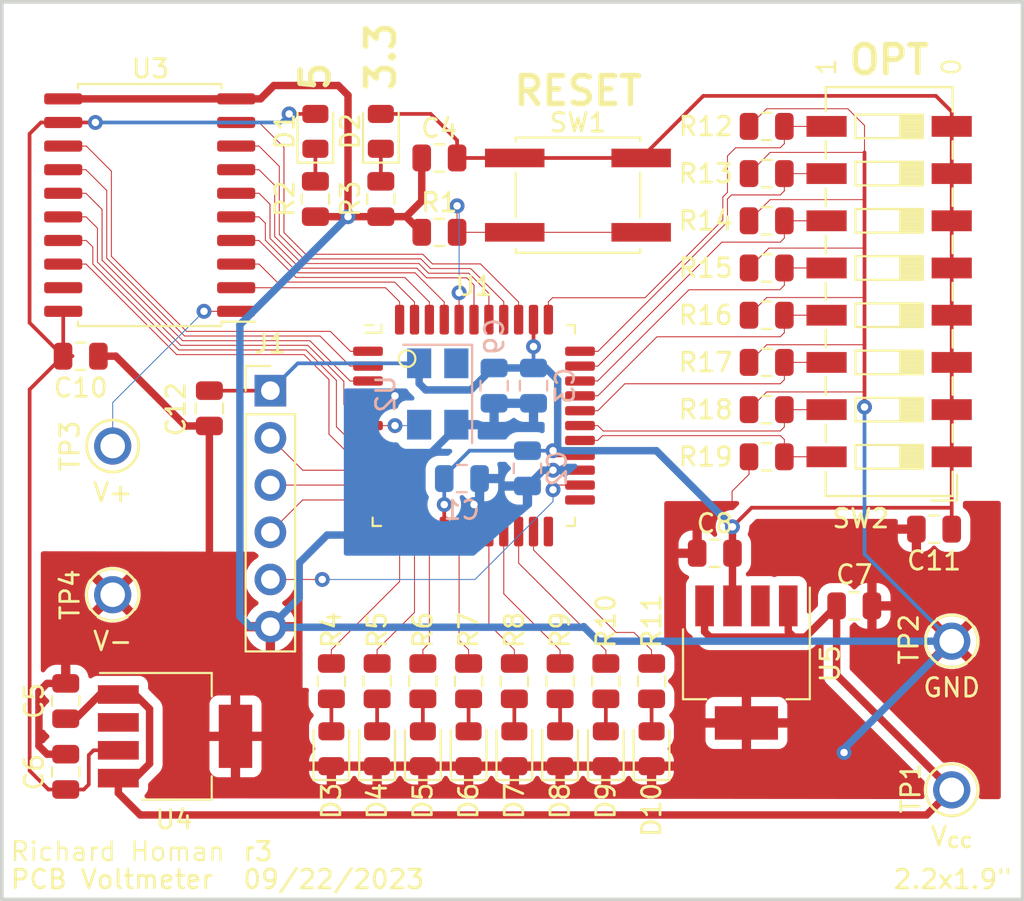
<source format=kicad_pcb>
(kicad_pcb (version 20221018) (generator pcbnew)
  (title_block (title "MCD Voltmeter PCB") (date "2023-09-15") (rev "3") (company "LeTourneau University") (comment 1 "Richard Homan"))
  (layers (0 "F.Cu" signal) (31 "B.Cu" signal) (34 "B.Paste" user) (35 "F.Paste" user) (36 "B.SilkS" user "B.Silkscreen") (37 "F.SilkS" user "F.Silkscreen") (38 "B.Mask" user) (39 "F.Mask" user) (44 "Edge.Cuts" user))
  (net 0 "")
  (net 1 "G_3.3V")
  (net 2 "G_REF")
  (net 3 "G_5V")
  (net 4 "G_Vcc")
  (net 5 "/L1")
  (net 6 "/L2")
  (net 7 "/L3")
  (net 8 "/L4")
  (net 9 "/L5")
  (net 10 "/L6")
  (net 11 "/L7")
  (net 12 "/L8")
  (net 13 "/J_TDI")
  (net 14 "/J_TMS")
  (net 15 "/J_TCK")
  (net 16 "/J_TDO")
  (net 17 "/DIP1")
  (net 18 "/DIP2")
  (net 19 "/DIP3")
  (net 20 "/DIP4")
  (net 21 "/DIP5")
  (net 22 "/DIP6")
  (net 23 "/DIP7")
  (net 24 "/DIP8")
  (net 25 "/RESET")
  (net 26 "G_Vin")
  (net 27 "/ADC_DB1")
  (net 28 "/ADC_DB2")
  (net 29 "/ADC_DB3")
  (net 30 "/ADC_DB4")
  (net 31 "/ADC_~{WR}{slash}RDY")
  (net 32 "/ADC_MODE")
  (net 33 "/ADC_~{RD}")
  (net 34 "/ADC_~{INT}")
  (net 35 "/ADC_~{CS}")
  (net 36 "/ADC_DB5")
  (net 37 "/ADC_DB6")
  (net 38 "/ADC_DB7")
  (net 39 "/ADC_DB8")
  (net 40 "/ADC_~{OFL}")
  (net 43 "/CLK")
  (net 46 "Net-(D3-A)")
  (net 47 "Net-(D4-A)")
  (net 48 "Net-(D5-A)")
  (net 49 "Net-(D6-A)")
  (net 50 "Net-(D7-A)")
  (net 51 "Net-(D8-A)")
  (net 52 "Net-(D9-A)")
  (net 53 "Net-(D10-A)")
  (net 56 "Net-(D1-K)")
  (net 57 "Net-(D2-K)")
  (footprint "Capacitor_SMD:C_0805_2012Metric" (layer "F.Cu") (at 115.74 82.98 180)
    (fp_text reference "R14")
    (fp_text value "10 kΩ")
  )
  (footprint "Capacitor_SMD:C_0805_2012Metric" (layer "F.Cu") (at 92.33 107.75 -90)
    (fp_text reference "R4")
    (fp_text value "510 Ω")
  )
  (footprint "Capacitor_SMD:C_0805_2012Metric" (layer "F.Cu") (at 115.74 85.52 180)
    (fp_text reference "R15")
    (fp_text value "10 kΩ")
  )
  (footprint "LED_SMD:LED_0805_2012Metric" (layer "F.Cu") (at 94.79 111.3875 90)
    (fp_text reference "D4")
    (fp_text value "LED")
  )
  (footprint "LED_SMD:LED_0805_2012Metric" (layer "F.Cu") (at 92.33 111.3875 90)
    (fp_text reference "D3")
    (fp_text value "LED")
  )
  (footprint "LED_SMD:LED_0805_2012Metric" (layer "F.Cu") (at 109.55 111.3875 90)
    (fp_text reference "D10")
    (fp_text value "LED")
  )
  (footprint "Package_TO_SOT_SMD:SOT-223-5" (layer "F.Cu") (at 83.924 110.72)
    (fp_text reference "U4")
    (fp_text value "LP38692(SOT-223)-5.0")
  )
  (footprint "LED_SMD:LED_0805_2012Metric" (layer "F.Cu") (at 94.99 78.1675 90)
    (fp_text reference "D2")
    (fp_text value "LED")
  )
  (footprint "Capacitor_SMD:C_0805_2012Metric" (layer "F.Cu") (at 115.74 80.44 180)
    (fp_text reference "R13")
    (fp_text value "10 kΩ")
  )
  (footprint "Capacitor_SMD:C_0805_2012Metric" (layer "F.Cu") (at 109.55 107.75 -90)
    (fp_text reference "R11")
    (fp_text value "510 Ω")
  )
  (footprint "Capacitor_SMD:C_0805_2012Metric" (layer "F.Cu") (at 104.63 107.75 -90)
    (fp_text reference "R9")
    (fp_text value "510 Ω")
  )
  (footprint "Capacitor_SMD:C_0805_2012Metric" (layer "F.Cu") (at 120.45 103.7)
    (fp_text reference "C7")
    (fp_text value "1 uF")
  )
  (footprint "LED_SMD:LED_0805_2012Metric" (layer "F.Cu") (at 102.17 111.3875 90)
    (fp_text reference "D7")
    (fp_text value "LED")
  )
  (footprint "Package_SO:SOIC-20W_7.5x12.8mm_P1.27mm" (layer "F.Cu") (at 82.56 82.135 180)
    (fp_text reference "U3")
    (fp_text value "~")
  )
  (footprint "Capacitor_SMD:C_0805_2012Metric" (layer "F.Cu") (at 98.14 79.6 180)
    (fp_text reference "C4")
    (fp_text value "1 uF")
  )
  (footprint "Capacitor_SMD:C_0805_2012Metric" (layer "F.Cu") (at 115.74 93.14)
    (fp_text reference "R18")
    (fp_text value "10 kΩ")
  )
  (footprint "Capacitor_SMD:C_0805_2012Metric" (layer "F.Cu") (at 99.71 107.75 -90)
    (fp_text reference "R7")
    (fp_text value "510 Ω")
  )
  (footprint "Capacitor_SMD:C_0805_2012Metric" (layer "F.Cu") (at 78.044 112.63 90)
    (fp_text reference "C6")
    (fp_text value "1 uF")
  )
  (footprint "Capacitor_SMD:C_0805_2012Metric" (layer "F.Cu") (at 115.74 77.9 180)
    (fp_text reference "R12")
    (fp_text value "10 kΩ")
  )
  (footprint "LED_SMD:LED_0805_2012Metric" (layer "F.Cu") (at 104.63 111.3875 90)
    (fp_text reference "D8")
    (fp_text value "LED")
  )
  (footprint "TestPoint:TestPoint_Keystone_4952" (layer "F.Cu") (at 80.57 95.1)
    (fp_text reference "TP3")
    (fp_text value "V+")
  )
  (footprint "Button_Switch_SMD:SW_SPST_EVQQ2" (layer "F.Cu") (at 105.59 81.6)
    (fp_text reference "SW1")
    (fp_text value "SW_SPST")
  )
  (footprint "Capacitor_SMD:C_0805_2012Metric" (layer "F.Cu") (at 94.79 107.75 -90)
    (fp_text reference "R5")
    (fp_text value "510 Ω")
  )
  (footprint "Package_QFP:VQFP-44_10x10mm_P0.8mm" (layer "F.Cu") (at 100 94)
    (fp_text reference "U1")
    (fp_text value "~")
  )
  (footprint "Capacitor_SMD:C_0805_2012Metric" (layer "F.Cu") (at 78.044 108.82 90)
    (fp_text reference "C5")
    (fp_text value "1 uF")
  )
  (footprint "Capacitor_SMD:C_0805_2012Metric" (layer "F.Cu") (at 78.85 90.265)
    (fp_text reference "C10")
    (fp_text value "0.1 uF")
  )
  (footprint "LED_SMD:LED_0805_2012Metric" (layer "F.Cu") (at 91.47 78.1675 90)
    (fp_text reference "D1")
    (fp_text value "LED")
  )
  (footprint "Capacitor_SMD:C_0805_2012Metric" (layer "F.Cu") (at 124.74 99.57 180)
    (fp_text reference "C11")
    (fp_text value "1 uF")
  )
  (footprint "Capacitor_SMD:C_0805_2012Metric" (layer "F.Cu") (at 112.95 100.87 180)
    (fp_text reference "C8")
    (fp_text value "1 uF")
  )
  (footprint "Capacitor_SMD:C_0805_2012Metric" (layer "F.Cu") (at 97.25 107.75 -90)
    (fp_text reference "R6")
    (fp_text value "510 Ω")
  )
  (footprint "Capacitor_SMD:C_0805_2012Metric" (layer "F.Cu") (at 115.74 90.6 180)
    (fp_text reference "R17")
    (fp_text value "10 kΩ")
  )
  (footprint "TestPoint:TestPoint_Keystone_4952" (layer "F.Cu") (at 80.57 103.1)
    (fp_text reference "TP4")
    (fp_text value "V-")
  )
  (footprint "LED_SMD:LED_0805_2012Metric" (layer "F.Cu") (at 107.09 111.3875 90)
    (fp_text reference "D9")
    (fp_text value "LED")
  )
  (footprint "Capacitor_SMD:C_0805_2012Metric" (layer "F.Cu") (at 107.09 107.75 -90)
    (fp_text reference "R10")
    (fp_text value "510 Ω")
  )
  (footprint "Capacitor_SMD:C_0805_2012Metric" (layer "F.Cu") (at 115.74 88.06 180)
    (fp_text reference "R16")
    (fp_text value "10 kΩ")
  )
  (footprint "TestPoint:TestPoint_Keystone_4952" (layer "F.Cu") (at 125.69 113.6)
    (fp_text reference "TP1")
    (fp_text value "V_{cc}")
  )
  (footprint "Capacitor_SMD:C_0805_2012Metric" (layer "F.Cu") (at 102.17 107.75 -90)
    (fp_text reference "R8")
    (fp_text value "510 Ω")
  )
  (footprint "Capacitor_SMD:C_0805_2012Metric" (layer "F.Cu") (at 85.77 93.07 -90)
    (fp_text reference "C12")
    (fp_text value "1 uF")
  )
  (footprint "LED_SMD:LED_0805_2012Metric" (layer "F.Cu") (at 99.71 111.3875 90)
    (fp_text reference "D6")
    (fp_text value "LED")
  )
  (footprint "Package_TO_SOT_SMD:SOT-223-5" (layer "F.Cu") (at 114.65 106.75 -90)
    (fp_text reference "U5")
    (fp_text value "LP38692(SOT-223)-3.3")
  )
  (footprint "LED_SMD:LED_0805_2012Metric" (layer "F.Cu") (at 97.25 111.3875 90)
    (fp_text reference "D5")
    (fp_text value "LED")
  )
  (footprint "Capacitor_SMD:C_0805_2012Metric" (layer "F.Cu") (at 91.47 81.8075 -90)
    (fp_text reference "R2")
    (fp_text value "510 Ω")
  )
  (footprint "TestPoint:TestPoint_Keystone_4952" (layer "F.Cu") (at 125.69 105.6)
    (fp_text reference "TP2")
    (fp_text value "GND")
  )
  (footprint "Capacitor_SMD:C_0805_2012Metric" (layer "F.Cu") (at 115.74 95.68)
    (fp_text reference "R19")
    (fp_text value "10 kΩ")
  )
  (footprint "Connector_PinHeader_2.54mm:PinHeader_1x06_P2.54mm_Vertical" (layer "F.Cu") (at 89.05 92.12)
    (fp_text reference "J1")
    (fp_text value "JTAG x06")
  )
  (footprint "Button_Switch_SMD:SW_DIP_SPSTx08_Slide_6.7x21.88mm_W6.73mm_P2.54mm_LowProfile_JPin" (layer "F.Cu") (at 122.325 86.79 180)
    (fp_text reference "SW2")
    (fp_text value "SW_DIP_x08")
  )
  (footprint "Capacitor_SMD:C_0805_2012Metric" (layer "F.Cu") (at 98.14 83.6 180)
    (fp_text reference "R1")
    (fp_text value "10 kΩ")
  )
  (footprint "Capacitor_SMD:C_0805_2012Metric" (layer "F.Cu") (at 94.99 81.8075 -90)
    (fp_text reference "R3")
    (fp_text value "510 Ω")
  )
  (footprint "Capacitor_SMD:C_0805_2012Metric" (layer "B.Cu") (at 102.875 96.3 -90)
    (fp_text reference "C2")
    (fp_text value "1 uF")
  )
  (footprint "Capacitor_SMD:C_0805_2012Metric" (layer "B.Cu") (at 101.08 91.85 -90)
    (fp_text reference "C9")
    (fp_text value "0.1 uF")
  )
  (footprint "Capacitor_SMD:C_0805_2012Metric" (layer "B.Cu") (at 103.2 91.85 90)
    (fp_text reference "C3")
    (fp_text value "1 uF")
  )
  (footprint "Crystal:Crystal_SMD_5032-4Pin_5.0x3.2mm" (layer "B.Cu") (at 98.05 92.3 -90)
    (fp_text reference "U2")
    (fp_text value "~")
  )
  (footprint "Capacitor_SMD:C_0805_2012Metric" (layer "B.Cu") (at 99.35 96.85 180)
    (fp_text reference "C1")
    (fp_text value "1 uF")
  )
  (gr_rect (start 74.61 71.2) (end 129.5 119.5) (stroke (width 0.2)) (fill none) (layer "Edge.Cuts"))
  (gr_text "PCB Voltmeter" (at 75 119) (layer "F.SilkS") (effects (font (size 1 1)) (justify left bottom)))
  (gr_text "r3" (at 87.5 117.5) (layer "F.SilkS") (effects (font (size 1 1)) (justify left bottom)))
  (gr_text "OPT" (at 122.325 75.2) (layer "F.SilkS") (effects (font (size 1.5 1.5) (thickness 0.3) bold) (justify bottom)))
  (gr_text "09/22/2023" (at 87.5 119) (layer "F.SilkS") (effects (font (size 1 1)) (justify left bottom)))
  (gr_text "3.3" (at 94.99 76.13 90) (layer "F.SilkS") (effects (font (size 1.5 1.5) (thickness 0.3) bold) (justify left)))
  (gr_text "Richard Homan" (at 75 117.5) (layer "F.SilkS") (effects (font (size 1 1) (thickness 0.125)) (justify left bottom)))
  (gr_text "0" (at 125.69 74.7 90) (layer "F.SilkS") (effects (font (size 1 1) (thickness 0.125))))
  (gr_text "RESET" (at 105.59 75.99) (layer "F.SilkS") (effects (font (size 1.5 1.5) (thickness 0.3) bold)))
  (gr_text "2.2x1.9{dblquote}" (at 129 119) (layer "F.SilkS") (effects (font (size 1 1)) (justify right bottom)))
  (gr_text "5" (at 91.47 76.13 90) (layer "F.SilkS") (effects (font (size 1.5 1.5) (thickness 0.3) bold) (justify left)))
  (gr_text "1" (at 118.96 74.7 90) (layer "F.SilkS") (effects (font (size 1 1) (thickness 0.125))))
  (segment (start 125.69 99.57) (end 125.69 98.42) (width 0.2) (layer "F.Cu") (net 1))
  (segment (start 94.99 77.23) (end 97.67 77.23) (width 0.2) (layer "F.Cu") (net 1))
  (segment (start 114.9255 98.42) (end 125.69 98.42) (width 0.2) (layer "F.Cu") (net 1))
  (segment (start 113.9 103.7) (end 113.9 100.87) (width 0.4) (layer "F.Cu") (net 1))
  (segment (start 103.2 88.3) (end 103.2 89.75) (width 0.2) (layer "F.Cu") (net 1))
  (segment (start 112.33 76.26) (end 108.99 79.6) (width 0.2) (layer "F.Cu") (net 1))
  (segment (start 99.09 78.65) (end 99.09 79.6) (width 0.2) (layer "F.Cu") (net 1))
  (segment (start 124.84 76.26) (end 112.33 76.26) (width 0.2) (layer "F.Cu") (net 1))
  (segment (start 104.5 95.6) (end 104.25 95.35) (width 0.2) (layer "F.Cu") (net 1))
  (segment (start 125.69 77.11) (end 124.84 76.26) (width 0.2) (layer "F.Cu") (net 1))
  (segment (start 125.69 85.52) (end 125.69 82.98) (width 0.2) (layer "F.Cu") (net 1))
  (segment (start 125.69 90.6) (end 125.69 88.06) (width 0.2) (layer "F.Cu") (net 1))
  (segment (start 125.69 85.52) (end 125.69 88.06) (width 0.2) (layer "F.Cu") (net 1))
  (segment (start 125.69 95.68) (end 125.69 93.14) (width 0.2) (layer "F.Cu") (net 1))
  (segment (start 125.69 80.44) (end 125.69 77.9) (width 0.2) (layer "F.Cu") (net 1))
  (segment (start 99.09 79.6) (end 102.19 79.6) (width 0.2) (layer "F.Cu") (net 1))
  (segment (start 125.69 98.42) (end 125.69 95.68) (width 0.2) (layer "F.Cu") (net 1))
  (segment (start 113.9 99.4455) (end 114.9255 98.42) (width 0.2) (layer "F.Cu") (net 1))
  (segment (start 85.77 92.12) (end 89.05 92.12) (width 0.2) (layer "F.Cu") (net 1))
  (segment (start 125.69 77.9) (end 125.69 77.11) (width 0.2) (layer "F.Cu") (net 1))
  (segment (start 105.7 95.6) (end 104.5 95.6) (width 0.2) (layer "F.Cu") (net 1))
  (segment (start 125.69 82.98) (end 125.69 80.44) (width 0.2) (layer "F.Cu") (net 1))
  (segment (start 113.9 99.4455) (end 113.9 100.87) (width 0.4) (layer "F.Cu") (net 1))
  (segment (start 108.99 79.6) (end 102.19 79.6) (width 0.2) (layer "F.Cu") (net 1))
  (segment (start 97.67 77.23) (end 99.09 78.65) (width 0.2) (layer "F.Cu") (net 1))
  (segment (start 98.4 98.25) (end 98.4 99.7) (width 0.2) (layer "F.Cu") (net 1))
  (segment (start 125.69 93.14) (end 125.69 90.6) (width 0.2) (layer "F.Cu") (net 1))
  (via (at 104.25 95.35) (size 0.8) (drill 0.4) (layers "F.Cu" "B.Cu") (net 1))
  (via (at 103.2 89.75) (size 0.8) (drill 0.4) (layers "F.Cu" "B.Cu") (net 1))
  (via (at 113.9 99.4455) (size 0.8) (drill 0.4) (layers "F.Cu" "B.Cu") (net 1))
  (via (at 98.4 98.25) (size 0.8) (drill 0.4) (layers "F.Cu" "B.Cu") (net 1))
  (segment (start 99.76 95.35) (end 102.875 95.35) (width 0.2) (layer "B.Cu") (net 1))
  (segment (start 98.4 96.71) (end 99.76 95.35) (width 0.2) (layer "B.Cu") (net 1))
  (segment (start 104.5 91.54) (end 104.5 95.1) (width 0.4) (layer "B.Cu") (net 1))
  (segment (start 90.52 90.65) (end 89.05 92.12) (width 0.2) (layer "B.Cu") (net 1))
  (segment (start 109.8045 95.35) (end 104.25 95.35) (width 0.4) (layer "B.Cu") (net 1))
  (segment (start 98.4 96.875) (end 98.4 96.71) (width 0.2) (layer "B.Cu") (net 1))
  (segment (start 97.4 92.08) (end 99.83 92.08) (width 0.4) (layer "B.Cu") (net 1))
  (segment (start 97.05 90.65) (end 90.52 90.65) (width 0.2) (layer "B.Cu") (net 1))
  (segment (start 97.05 91.73) (end 97.4 92.08) (width 0.4) (layer "B.Cu") (net 1))
  (segment (start 101.01 90.9) (end 101.08 90.9) (width 0.4) (layer "B.Cu") (net 1))
  (segment (start 99.83 92.08) (end 101.01 90.9) (width 0.4) (layer "B.Cu") (net 1))
  (segment (start 103.86 90.9) (end 104.5 91.54) (width 0.4) (layer "B.Cu") (net 1))
  (segment (start 98.4 98.25) (end 98.4 96.875) (width 0.2) (layer "B.Cu") (net 1))
  (segment (start 101.08 90.9) (end 103.2 90.9) (width 0.4) (layer "B.Cu") (net 1))
  (segment (start 97.05 90.65) (end 97.05 91.73) (width 0.4) (layer "B.Cu") (net 1))
  (segment (start 113.9 99.4455) (end 109.8045 95.35) (width 0.4) (layer "B.Cu") (net 1))
  (segment (start 103.2 90.9) (end 103.2 89.75) (width 0.2) (layer "B.Cu") (net 1))
  (segment (start 104.25 95.35) (end 102.875 95.35) (width 0.2) (layer "B.Cu") (net 1))
  (segment (start 103.2 90.9) (end 103.86 90.9) (width 0.4) (layer "B.Cu") (net 1))
  (segment (start 104.5 95.1) (end 104.25 95.35) (width 0.4) (layer "B.Cu") (net 1))
  (segment (start 121 81.8) (end 121 84.45) (width 0.2) (layer "F.Cu") (net 2))
  (segment (start 114.79 77.9) (end 115.74 76.95) (width 0.05) (layer "F.Cu") (net 2))
  (segment (start 121 87.1) (end 121 89.67) (width 0.2) (layer "F.Cu") (net 2))
  (segment (start 121 79.3) (end 121 81.8) (width 0.2) (layer "F.Cu") (net 2))
  (segment (start 97.19 81.915) (end 96.3475 82.7575) (width 0.4) (layer "F.Cu") (net 2))
  (segment (start 76.604 108.31) (end 77.044 107.87) (width 0.4) (layer "F.Cu") (net 2))
  (segment (start 113.88 97.53) (end 113.88 98.19) (width 0.05) (layer "F.Cu") (net 2))
  (segment (start 93.225 76.225) (end 93.225 82.7575) (width 0.4) (layer "F.Cu") (net 2))
  (segment (start 121 77.85) (end 121 79) (width 0.05) (layer "F.Cu") (net 2))
  (segment (start 120.99 87.11) (end 121 87.1) (width 0.05) (layer "F.Cu") (net 2))
  (segment (start 77.044 111.68) (end 76.604 111.24) (width 0.4) (layer "F.Cu") (net 2))
  (segment (start 97.19 79.6) (end 97.19 81.915) (width 0.4) (layer "F.Cu") (net 2))
  (segment (start 114.79 88.06) (end 115.74 87.11) (width 0.05) (layer "F.Cu") (net 2))
  (segment (start 115.74 92.19) (end 120.98 92.19) (width 0.05) (layer "F.Cu") (net 2))
  (segment (start 121 79) (end 121 79.3) (width 0.05) (layer "F.Cu") (net 2))
  (segment (start 100 99.7) (end 100 98.25) (width 0.4) (layer "F.Cu") (net 2))
  (segment (start 115.93 81.84) (end 120.96 81.84) (width 0.05) (layer "F.Cu") (net 2))
  (segment (start 89.24 75.7) (end 92.7 75.7) (width 0.4) (layer "F.Cu") (net 2))
  (segment (start 85.77 101.15) (end 85.76 101.16) (width 0.4) (layer "F.Cu") (net 2))
  (segment (start 120.98 89.65) (end 121 89.67) (width 0.05) (layer "F.Cu") (net 2))
  (segment (start 77.91 76.42) (end 87.21 76.42) (width 0.4) (layer "F.Cu") (net 2))
  (segment (start 93.225 82.7575) (end 94.99 82.7575) (width 0.4) (layer "F.Cu") (net 2))
  (segment (start 114.79 96.62) (end 113.88 97.53) (width 0.05) (layer "F.Cu") (net 2))
  (segment (start 115.74 89.65) (end 120.98 89.65) (width 0.05) (layer "F.Cu") (net 2))
  (segment (start 88.52 76.42) (end 89.24 75.7) (width 0.4) (layer "F.Cu") (net 2))
  (segment (start 120.1 76.95) (end 121 77.85) (width 0.05) (layer "F.Cu") (net 2))
  (segment (start 120.98 92.19) (end 121 92.21) (width 0.05) (layer "F.Cu") (net 2))
  (segment (start 78.044 111.68) (end 77.044 111.68) (width 0.4) (layer "F.Cu") (net 2))
  (segment (start 92.7 75.7) (end 93.225 76.225) (width 0.4) (layer "F.Cu") (net 2))
  (segment (start 114.79 80.44) (end 115.93 79.3) (width 0.05) (layer "F.Cu") (net 2))
  (segment (start 76.604 111.24) (end 76.604 108.31) (width 0.4) (layer "F.Cu") (net 2))
  (segment (start 77.044 107.87) (end 78.044 107.87) (width 0.4) (layer "F.Cu") (net 2))
  (segment (start 115.86 84.45) (end 121 84.45) (width 0.05) (layer "F.Cu") (net 2))
  (segment (start 80.735 90.265) (end 84.49 94.02) (width 0.4) (layer "F.Cu") (net 2))
  (segment (start 85.77 94.02) (end 85.77 101.15) (width 0.4) (layer "F.Cu") (net 2))
  (segment (start 114.79 82.98) (end 115.93 81.84) (width 0.05) (layer "F.Cu") (net 2))
  (segment (start 114.79 95.68) (end 114.79 96.62) (width 0.05) (layer "F.Cu") (net 2))
  (segment (start 120.96 81.84) (end 121 81.8) (width 0.05) (layer "F.Cu") (net 2))
  (segment (start 96.3475 82.7575) (end 97.19 83.6) (width 0.4) (layer "F.Cu") (net 2))
  (segment (start 114.79 85.52) (end 115.86 84.45) (width 0.05) (layer "F.Cu") (net 2))
  (segment (start 121 89.67) (end 121 92.21) (width 0.2) (layer "F.Cu") (net 2))
  (segment (start 115.93 79.3) (end 121 79.3) (width 0.05) (layer "F.Cu") (net 2))
  (segment (start 121 84.45) (end 121 87.1) (width 0.2) (layer "F.Cu") (net 2))
  (segment (start 79.8 90.265) (end 80.735 90.265) (width 0.4) (layer "F.Cu") (net 2))
  (segment (start 94.3 92.4) (end 95.75 92.4) (width 0.4) (layer "F.Cu") (net 2))
  (segment (start 114.79 93.14) (end 115.74 92.19) (width 0.05) (layer "F.Cu") (net 2))
  (segment (start 115.74 76.95) (end 120.1 76.95) (width 0.05) (layer "F.Cu") (net 2))
  (segment (start 94.99 82.7575) (end 96.3475 82.7575) (width 0.4) (layer "F.Cu") (net 2))
  (segment (start 91.47 82.7575) (end 93.225 82.7575) (width 0.4) (layer "F.Cu") (net 2))
  (segment (start 115.74 87.11) (end 120.99 87.11) (width 0.05) (layer "F.Cu") (net 2))
  (segment (start 114.79 90.6) (end 115.74 89.65) (width 0.05) (layer "F.Cu") (net 2))
  (segment (start 84.49 94.02) (end 85.77 94.02) (width 0.4) (layer "F.Cu") (net 2))
  (segment (start 105.7 96.4) (end 104.25 96.4) (width 0.4) (layer "F.Cu") (net 2))
  (segment (start 121 92.21) (end 121 93) (width 0.2) (layer "F.Cu") (net 2))
  (segment (start 87.21 76.42) (end 88.52 76.42) (width 0.4) (layer "F.Cu") (net 2))
  (via (at 104.25 96.4) (size 0.8) (drill 0.4) (layers "F.Cu" "B.Cu") (net 2))
  (via (at 95.75 92.4) (size 0.8) (drill 0.4) (layers "F.Cu" "B.Cu") (net 2))
  (via (at 121 93) (size 0.8) (drill 0.4) (layers "F.Cu" "B.Cu") (net 2))
  (via (at 100 98.25) (size 0.8) (drill 0.4) (layers "F.Cu" "B.Cu") (net 2))
  (via (at 93.225 82.7575) (size 0.8) (drill 0.4) (layers "F.Cu" "B.Cu") (net 2))
  (via (at 119.9 111.59) (size 0.8) (drill 0.4) (layers "F.Cu" "B.Cu") (net 2))
  (segment (start 87.41 88.5725) (end 93.225 82.7575) (width 0.4) (layer "B.Cu") (net 2))
  (segment (start 87.41 104.26) (end 87.41 88.5725) (width 0.4) (layer "B.Cu") (net 2))
  (segment (start 105.9 104.82) (end 106.68 105.6) (width 0.4) (layer "B.Cu") (net 2))
  (segment (start 119.9 111.59) (end 119.9 111.39) (width 0.4) (layer "B.Cu") (net 2))
  (segment (start 121 100.91) (end 125.69 105.6) (width 0.2) (layer "B.Cu") (net 2))
  (segment (start 89.05 104.82) (end 89.08 104.85) (width 0.4) (layer "B.Cu") (net 2))
  (segment (start 99.05 93.95) (end 99.05 94.1) (width 0.4) (layer "B.Cu") (net 2))
  (segment (start 121 93) (end 121 100.91) (width 0.2) (layer "B.Cu") (net 2))
  (segment (start 99.05 94.1) (end 97.31 95.84) (width 0.4) (layer "B.Cu") (net 2))
  (segment (start 104.25 96.4) (end 103.725 96.4) (width 0.4) (layer "B.Cu") (net 2))
  (segment (start 89.05 104.82) (end 90.6 103.27) (width 0.4) (layer "B.Cu") (net 2))
  (segment (start 90.6 103.27) (end 90.6 101.39) (width 0.4) (layer "B.Cu") (net 2))
  (segment (start 105.87 104.85) (end 105.9 104.82) (width 0.4) (layer "B.Cu") (net 2))
  (segment (start 89.08 104.85) (end 105.87 104.85) (width 0.4) (layer "B.Cu") (net 2))
  (segment (start 92.1 99.89) (end 93.94 99.89) (width 0.4) (layer "B.Cu") (net 2))
  (segment (start 103.725 96.4) (end 102.875 97.25) (width 0.4) (layer "B.Cu") (net 2))
  (segment (start 106.68 105.6) (end 125.69 105.6) (width 0.4) (layer "B.Cu") (net 2))
  (segment (start 97.31 95.84) (end 97.09 95.84) (width 0.4) (layer "B.Cu") (net 2))
  (segment (start 87.97 104.82) (end 87.41 104.26) (width 0.4) (layer "B.Cu") (net 2))
  (segment (start 89.05 104.82) (end 87.97 104.82) (width 0.4) (layer "B.Cu") (net 2))
  (segment (start 119.9 111.39) (end 125.69 105.6) (width 0.4) (layer "B.Cu") (net 2))
  (segment (start 90.6 101.39) (end 92.1 99.89) (width 0.4) (layer "B.Cu") (net 2))
  (segment (start 78.4 87.86) (end 78.41 87.85) (width 0.2) (layer "F.Cu") (net 3))
  (segment (start 77.9 90.265) (end 77.895 90.265) (width 0.2) (layer "F.Cu") (net 3))
  (segment (start 80.874 111.47) (end 80.804 111.54) (width 0.4) (layer "F.Cu") (net 3))
  (segment (start 76.1 78.3) (end 76.71 77.69) (width 0.2) (layer "F.Cu") (net 3))
  (segment (start 76.104 112.57) (end 77.114 113.58) (width 0.2) (layer "F.Cu") (net 3))
  (segment (start 76.104 92.056) (end 76.104 112.57) (width 0.2) (layer "F.Cu") (net 3))
  (segment (start 78.4 90.265) (end 78.41 90.255) (width 0.2) (layer "F.Cu") (net 3))
  (segment (start 77.895 90.265) (end 76.104 92.056) (width 0.2) (layer "F.Cu") (net 3))
  (segment (start 79.544 111.47) (end 80.874 111.47) (width 0.2) (layer "F.Cu") (net 3))
  (segment (start 77.91 77.69) (end 79.64 77.69) (width 0.2) (layer "F.Cu") (net 3))
  (segment (start 77.114 113.58) (end 78.044 113.58) (width 0.2) (layer "F.Cu") (net 3))
  (segment (start 76.71 77.69) (end 77.91 77.69) (width 0.2) (layer "F.Cu") (net 3))
  (segment (start 77.765 90.265) (end 77.9 90.265) (width 0.2) (layer "F.Cu") (net 3))
  (segment (start 77.91 90.255) (end 77.91 87.85) (width 0.2) (layer "F.Cu") (net 3))
  (segment (start 79.284 111.73) (end 79.544 111.47) (width 0.2) (layer "F.Cu") (net 3))
  (segment (start 76.1 88.465) (end 76.1 78.3) (width 0.2) (layer "F.Cu") (net 3))
  (segment (start 79.014 113.58) (end 79.284 113.31) (width 0.2) (layer "F.Cu") (net 3))
  (segment (start 91.47 77.23) (end 90.06 77.23) (width 0.2) (layer "F.Cu") (net 3))
  (segment (start 78.044 113.58) (end 79.014 113.58) (width 0.2) (layer "F.Cu") (net 3))
  (segment (start 79.284 113.31) (end 79.284 111.73) (width 0.2) (layer "F.Cu") (net 3))
  (segment (start 77.9 90.265) (end 76.1 88.465) (width 0.2) (layer "F.Cu") (net 3))
  (segment (start 77.9 90.265) (end 77.89 90.265) (width 0.2) (layer "F.Cu") (net 3))
  (via (at 79.64 77.69) (size 0.8) (drill 0.4) (layers "F.Cu" "B.Cu") (net 3))
  (via (at 90.06 77.23) (size 0.8) (drill 0.4) (layers "F.Cu" "B.Cu") (net 3))
  (segment (start 89.6 77.69) (end 90.06 77.23) (width 0.2) (layer "B.Cu") (net 3))
  (segment (start 79.64 77.69) (end 89.6 77.69) (width 0.2) (layer "B.Cu") (net 3))
  (segment (start 119.5 107.41) (end 125.69 113.6) (width 0.4) (layer "F.Cu") (net 4))
  (segment (start 82.554 112.19) (end 81.774 112.97) (width 0.4) (layer "F.Cu") (net 4))
  (segment (start 78.584 109.77) (end 78.044 109.77) (width 0.4) (layer "F.Cu") (net 4))
  (segment (start 125.69 113.6) (end 124.34 114.95) (width 0.4) (layer "F.Cu") (net 4))
  (segment (start 80.874 113.774) (end 80.874 112.97) (width 0.4) (layer "F.Cu") (net 4))
  (segment (start 112.4 105.09) (end 112.69 105.38) (width 0.4) (layer "F.Cu") (net 4))
  (segment (start 116.9 105.08) (end 117.2 105.38) (width 0.4) (layer "F.Cu") (net 4))
  (segment (start 79.884 108.47) (end 78.584 109.77) (width 0.4) (layer "F.Cu") (net 4))
  (segment (start 119.5 103.7) (end 119.5 107.41) (width 0.4) (layer "F.Cu") (net 4))
  (segment (start 80.874 108.47) (end 81.774 108.47) (width 0.4) (layer "F.Cu") (net 4))
  (segment (start 116.9 103.7) (end 116.9 105.08) (width 0.4) (layer "F.Cu") (net 4))
  (segment (start 80.874 108.47) (end 79.884 108.47) (width 0.4) (layer "F.Cu") (net 4))
  (segment (start 117.2 105.38) (end 117.82 105.38) (width 0.4) (layer "F.Cu") (net 4))
  (segment (start 112.4 103.7) (end 112.4 105.09) (width 0.4) (layer "F.Cu") (net 4))
  (segment (start 82.05 114.95) (end 80.874 113.774) (width 0.4) (layer "F.Cu") (net 4))
  (segment (start 81.774 108.47) (end 82.554 109.25) (width 0.4) (layer "F.Cu") (net 4))
  (segment (start 112.69 105.38) (end 117.2 105.38) (width 0.4) (layer "F.Cu") (net 4))
  (segment (start 117.82 105.38) (end 119.5 103.7) (width 0.4) (layer "F.Cu") (net 4))
  (segment (start 124.34 114.95) (end 82.05 114.95) (width 0.4) (layer "F.Cu") (net 4))
  (segment (start 82.554 109.25) (end 82.554 112.19) (width 0.4) (layer "F.Cu") (net 4))
  (segment (start 81.774 112.97) (end 80.874 112.97) (width 0.4) (layer "F.Cu") (net 4))
  (segment (start 92.33 106.8) (end 92.33 106.06) (width 0.05) (layer "F.Cu") (net 5))
  (segment (start 92.33 106.06) (end 96 102.39) (width 0.05) (layer "F.Cu") (net 5))
  (segment (start 96 102.39) (end 96 99.7) (width 0.05) (layer "F.Cu") (net 5))
  (segment (start 94.79 106.06) (end 96.8 104.05) (width 0.05) (layer "F.Cu") (net 6))
  (segment (start 96.8 104.05) (end 96.8 99.7) (width 0.05) (layer "F.Cu") (net 6))
  (segment (start 94.79 106.8) (end 94.79 106.06) (width 0.05) (layer "F.Cu") (net 6))
  (segment (start 97.25 106.8) (end 97.6 106.45) (width 0.2) (layer "F.Cu") (net 7))
  (segment (start 97.6 105.71) (end 97.6 99.7) (width 0.05) (layer "F.Cu") (net 7))
  (segment (start 97.25 106.06) (end 97.6 105.71) (width 0.05) (layer "F.Cu") (net 7))
  (segment (start 97.25 106.8) (end 97.25 106.06) (width 0.05) (layer "F.Cu") (net 7))
  (segment (start 99.71 106.06) (end 99.2 105.55) (width 0.05) (layer "F.Cu") (net 8))
  (segment (start 99.71 106.8) (end 99.71 106.06) (width 0.05) (layer "F.Cu") (net 8))
  (segment (start 99.2 105.55) (end 99.2 99.7) (width 0.05) (layer "F.Cu") (net 8))
  (segment (start 102.17 106.06) (end 100.8 104.69) (width 0.05) (layer "F.Cu") (net 9))
  (segment (start 102.17 106.8) (end 102.17 106.06) (width 0.05) (layer "F.Cu") (net 9))
  (segment (start 100.8 104.69) (end 100.8 99.7) (width 0.05) (layer "F.Cu") (net 9))
  (segment (start 101.6 103.05) (end 101.6 99.7) (width 0.05) (layer "F.Cu") (net 10))
  (segment (start 104.63 106.8) (end 104.63 106.08) (width 0.05) (layer "F.Cu") (net 10))
  (segment (start 104.63 106.08) (end 101.6 103.05) (width 0.05) (layer "F.Cu") (net 10))
  (segment (start 107.09 106.8) (end 107.09 106.09) (width 0.05) (layer "F.Cu") (net 11))
  (segment (start 102.4 101.4) (end 102.4 99.7) (width 0.05) (layer "F.Cu") (net 11))
  (segment (start 107.09 106.09) (end 102.4 101.4) (width 0.05) (layer "F.Cu") (net 11))
  (segment (start 109.55 106.08) (end 108.6 105.13) (width 0.05) (layer "F.Cu") (net 12))
  (segment (start 109.55 106.8) (end 109.55 106.08) (width 0.05) (layer "F.Cu") (net 12))
  (segment (start 103.2 100.69) (end 103.2 99.7) (width 0.05) (layer "F.Cu") (net 12))
  (segment (start 108.6 105.13) (end 107.64 105.13) (width 0.05) (layer "F.Cu") (net 12))
  (segment (start 107.64 105.13) (end 103.2 100.69) (width 0.05) (layer "F.Cu") (net 12))
  (segment (start 90.79 96.4) (end 89.05 94.66) (width 0.05) (layer "F.Cu") (net 13))
  (segment (start 94.3 96.4) (end 90.79 96.4) (width 0.05) (layer "F.Cu") (net 13))
  (segment (start 89.05 97.2) (end 94.3 97.2) (width 0.05) (layer "F.Cu") (net 14))
  (segment (start 90.79 98) (end 89.05 99.74) (width 0.05) (layer "F.Cu") (net 15))
  (segment (start 94.3 98) (end 90.79 98) (width 0.05) (layer "F.Cu") (net 15))
  (segment (start 91.82 102.28) (end 91.84 102.26) (width 0.05) (layer "F.Cu") (net 16))
  (segment (start 89.05 102.28) (end 91.82 102.28) (width 0.05) (layer "F.Cu") (net 16))
  (segment (start 104.5 97.2) (end 104.25 97.45) (width 0.05) (layer "F.Cu") (net 16))
  (segment (start 105.7 97.2) (end 104.5 97.2) (width 0.05) (layer "F.Cu") (net 16))
  (via (at 104.25 97.45) (size 0.8) (drill 0.4) (layers "F.Cu" "B.Cu") (net 16))
  (via (at 91.84 102.28) (size 0.8) (drill 0.4) (layers "F.Cu" "B.Cu") (net 16))
  (segment (start 91.82 102.28) (end 91.84 102.26) (width 0.05) (layer "B.Cu") (net 16))
  (segment (start 91.86 102.28) (end 100.05 102.28) (width 0.05) (layer "B.Cu") (net 16))
  (segment (start 91.84 102.26) (end 91.86 102.28) (width 0.05) (layer "B.Cu") (net 16))
  (segment (start 100.05 102.28) (end 104.25 98.08) (width 0.05) (layer "B.Cu") (net 16))
  (segment (start 104.25 98.08) (end 104.25 97.45) (width 0.05) (layer "B.Cu") (net 16))
  (segment (start 118.96 95.68) (end 116.69 95.68) (width 0.05) (layer "F.Cu") (net 17))
  (segment (start 106.65 94.8) (end 105.7 94.8) (width 0.05) (layer "F.Cu") (net 17))
  (segment (start 116.69 94.75) (end 116.48 94.54) (width 0.05) (layer "F.Cu") (net 17))
  (segment (start 116.48 94.54) (end 106.91 94.54) (width 0.05) (layer "F.Cu") (net 17))
  (segment (start 106.91 94.54) (end 106.65 94.8) (width 0.05) (layer "F.Cu") (net 17))
  (segment (start 116.69 95.68) (end 116.69 94.75) (width 0.05) (layer "F.Cu") (net 17))
  (segment (start 118.96 93.14) (end 116.69 93.14) (width 0.05) (layer "F.Cu") (net 18))
  (segment (start 106.948224 94.29) (end 106.658224 94) (width 0.05) (layer "F.Cu") (net 18))
  (segment (start 116.69 93.14) (end 116.69 94.07) (width 0.05) (layer "F.Cu") (net 18))
  (segment (start 116.47 94.29) (end 106.948224 94.29) (width 0.05) (layer "F.Cu") (net 18))
  (segment (start 116.69 94.07) (end 116.47 94.29) (width 0.05) (layer "F.Cu") (net 18))
  (segment (start 106.658224 94) (end 105.7 94) (width 0.05) (layer "F.Cu") (net 18))
  (segment (start 108.11 91.75) (end 106.66 93.2) (width 0.05) (layer "F.Cu") (net 19))
  (segment (start 118.96 90.6) (end 116.69 90.6) (width 0.05) (layer "F.Cu") (net 19))
  (segment (start 116.47 91.75) (end 108.11 91.75) (width 0.05) (layer "F.Cu") (net 19))
  (segment (start 116.69 90.6) (end 116.69 91.53) (width 0.05) (layer "F.Cu") (net 19))
  (segment (start 116.69 91.53) (end 116.47 91.75) (width 0.05) (layer "F.Cu") (net 19))
  (segment (start 106.66 93.2) (end 105.7 93.2) (width 0.05) (layer "F.Cu") (net 19))
  (segment (start 118.96 88.06) (end 116.69 88.06) (width 0.05) (layer "F.Cu") (net 20))
  (segment (start 106.66 92.4) (end 105.7 92.4) (width 0.05) (layer "F.Cu") (net 20))
  (segment (start 116.47 89.22) (end 109.84 89.22) (width 0.05) (layer "F.Cu") (net 20))
  (segment (start 116.69 88.06) (end 116.69 89) (width 0.05) (layer "F.Cu") (net 20))
  (segment (start 116.69 89) (end 116.47 89.22) (width 0.05) (layer "F.Cu") (net 20))
  (segment (start 109.84 89.22) (end 106.66 92.4) (width 0.05) (layer "F.Cu") (net 20))
  (segment (start 118.96 85.52) (end 116.69 85.52) (width 0.05) (layer "F.Cu") (net 21))
  (segment (start 116.45 86.69) (end 111.56 86.69) (width 0.05) (layer "F.Cu") (net 21))
  (segment (start 116.69 86.45) (end 116.45 86.69) (width 0.05) (layer "F.Cu") (net 21))
  (segment (start 106.65 91.6) (end 105.7 91.6) (width 0.05) (layer "F.Cu") (net 21))
  (segment (start 116.69 85.52) (end 116.69 86.45) (width 0.05) (layer "F.Cu") (net 21))
  (segment (start 111.56 86.69) (end 106.65 91.6) (width 0.05) (layer "F.Cu") (net 21))
  (segment (start 116.69 82.98) (end 118.96 82.98) (width 0.05) (layer "F.Cu") (net 22))
  (segment (start 106.66 90.8) (end 105.7 90.8) (width 0.05) (layer "F.Cu") (net 22))
  (segment (start 116.69 83.91) (end 116.47 84.13) (width 0.05) (layer "F.Cu") (net 22))
  (segment (start 116.47 84.13) (end 113.33 84.13) (width 0.05) (layer "F.Cu") (net 22))
  (segment (start 116.69 82.98) (end 116.69 83.91) (width 0.05) (layer "F.Cu") (net 22))
  (segment (start 113.33 84.13) (end 106.66 90.8) (width 0.05) (layer "F.Cu") (net 22))
  (segment (start 106.67 90) (end 105.7 90) (width 0.05) (layer "F.Cu") (net 23))
  (segment (start 116.69 80.44) (end 116.69 81.37) (width 0.05) (layer "F.Cu") (net 23))
  (segment (start 113.63 83.04) (end 106.67 90) (width 0.05) (layer "F.Cu") (net 23))
  (segment (start 113.845 81.59) (end 113.63 81.805) (width 0.05) (layer "F.Cu") (net 23))
  (segment (start 113.63 81.805) (end 113.63 83.04) (width 0.05) (layer "F.Cu") (net 23))
  (segment (start 116.69 80.44) (end 118.96 80.44) (width 0.05) (layer "F.Cu") (net 23))
  (segment (start 116.69 81.37) (end 116.47 81.59) (width 0.05) (layer "F.Cu") (net 23))
  (segment (start 116.47 81.59) (end 113.845 81.59) (width 0.05) (layer "F.Cu") (net 23))
  (segment (start 104 87.34) (end 104 88.3) (width 0.05) (layer "F.Cu") (net 24))
  (segment (start 116.47 79.05) (end 114.07 79.05) (width 0.05) (layer "F.Cu") (net 24))
  (segment (start 114.07 79.05) (end 113.63 79.49) (width 0.05) (layer "F.Cu") (net 24))
  (segment (start 113.38 81.701447) (end 113.38 82.936446) (width 0.05) (layer "F.Cu") (net 24))
  (segment (start 113.63 79.49) (end 113.63 81.451447) (width 0.05) (layer "F.Cu") (net 24))
  (segment (start 116.69 77.9) (end 118.96 77.9) (width 0.05) (layer "F.Cu") (net 24))
  (segment (start 113.63 81.451447) (end 113.38 81.701447) (width 0.05) (layer "F.Cu") (net 24))
  (segment (start 113.38 82.936446) (end 109.196446 87.12) (width 0.05) (layer "F.Cu") (net 24))
  (segment (start 109.196446 87.12) (end 104.22 87.12) (width 0.05) (layer "F.Cu") (net 24))
  (segment (start 116.69 78.83) (end 116.47 79.05) (width 0.05) (layer "F.Cu") (net 24))
  (segment (start 104.22 87.12) (end 104 87.34) (width 0.05) (layer "F.Cu") (net 24))
  (segment (start 116.69 77.9) (end 116.69 78.83) (width 0.05) (layer "F.Cu") (net 24))
  (segment (start 99.09 82.1755) (end 99.09 83.6) (width 0.05) (layer "F.Cu") (net 25))
  (segment (start 108.99 83.6) (end 102.19 83.6) (width 0.05) (layer "F.Cu") (net 25))
  (segment (start 102.19 83.6) (end 99.09 83.6) (width 0.05) (layer "F.Cu") (net 25))
  (segment (start 99.2 86.85) (end 99.2 88.3) (width 0.05) (layer "F.Cu") (net 25))
  (via (at 99.2 86.85) (size 0.8) (drill 0.4) (layers "F.Cu" "B.Cu") (net 25))
  (via (at 99.09 82.1755) (size 0.8) (drill 0.4) (layers "F.Cu" "B.Cu") (net 25))
  (segment (start 99.09 82.1755) (end 99.2 82.2855) (width 0.05) (layer "B.Cu") (net 25))
  (segment (start 99.2 82.2855) (end 99.2 86.85) (width 0.05) (layer "B.Cu") (net 25))
  (segment (start 87.21 87.85) (end 85.48 87.85) (width 0.05) (layer "F.Cu") (net 26))
  (via (at 85.48 87.85) (size 0.8) (drill 0.4) (layers "F.Cu" "B.Cu") (net 26))
  (segment (start 80.57 92.76) (end 80.57 95.1) (width 0.05) (layer "B.Cu") (net 26))
  (segment (start 85.48 87.85) (end 80.57 92.76) (width 0.05) (layer "B.Cu") (net 26))
  (segment (start 95.24 86.58) (end 96 87.34) (width 0.05) (layer "F.Cu") (net 27))
  (segment (start 87.71 86.58) (end 95.24 86.58) (width 0.05) (layer "F.Cu") (net 27))
  (segment (start 96 87.34) (end 96 88.3) (width 0.05) (layer "F.Cu") (net 27))
  (segment (start 88.44 85.31) (end 89.41 86.28) (width 0.05) (layer "F.Cu") (net 28))
  (segment (start 96.8 87.35) (end 96.8 88.3) (width 0.05) (layer "F.Cu") (net 28))
  (segment (start 89.41 86.28) (end 95.73 86.28) (width 0.05) (layer "F.Cu") (net 28))
  (segment (start 95.73 86.28) (end 96.8 87.35) (width 0.05) (layer "F.Cu") (net 28))
  (segment (start 87.71 85.31) (end 88.44 85.31) (width 0.05) (layer "F.Cu") (net 28))
  (segment (start 87.71 84.04) (end 88.44 84.04) (width 0.05) (layer "F.Cu") (net 29))
  (segment (start 96.28 86.03) (end 97.6 87.35) (width 0.05) (layer "F.Cu") (net 29))
  (segment (start 97.6 87.35) (end 97.6 88.3) (width 0.05) (layer "F.Cu") (net 29))
  (segment (start 90.43 86.03) (end 96.28 86.03) (width 0.05) (layer "F.Cu") (net 29))
  (segment (start 88.44 84.04) (end 90.43 86.03) (width 0.05) (layer "F.Cu") (net 29))
  (segment (start 87.71 82.77) (end 88.44 82.77) (width 0.05) (layer "F.Cu") (net 30))
  (segment (start 88.44 82.77) (end 88.78 83.11) (width 0.05) (layer "F.Cu") (net 30))
  (segment (start 88.78 83.11) (end 88.78 84.026446) (width 0.05) (layer "F.Cu") (net 30))
  (segment (start 96.83 85.78) (end 98.4 87.35) (width 0.05) (layer "F.Cu") (net 30))
  (segment (start 98.4 87.35) (end 98.4 88.3) (width 0.05) (layer "F.Cu") (net 30))
  (segment (start 88.78 84.026446) (end 90.533554 85.78) (width 0.05) (layer "F.Cu") (net 30))
  (segment (start 90.533554 85.78) (end 96.83 85.78) (width 0.05) (layer "F.Cu") (net 30))
  (segment (start 90.637108 85.53) (end 96.933554 85.53) (width 0.05) (layer "F.Cu") (net 31))
  (segment (start 99.610662 86.05) (end 100 86.439338) (width 0.05) (layer "F.Cu") (net 31))
  (segment (start 89.03 82.09) (end 89.03 83.922892) (width 0.05) (layer "F.Cu") (net 31))
  (segment (start 100 86.439338) (end 100 88.3) (width 0.05) (layer "F.Cu") (net 31))
  (segment (start 89.03 83.922892) (end 90.637108 85.53) (width 0.05) (layer "F.Cu") (net 31))
  (segment (start 97.453554 86.05) (end 99.610662 86.05) (width 0.05) (layer "F.Cu") (net 31))
  (segment (start 88.44 81.5) (end 89.03 82.09) (width 0.05) (layer "F.Cu") (net 31))
  (segment (start 96.933554 85.53) (end 97.453554 86.05) (width 0.05) (layer "F.Cu") (net 31))
  (segment (start 87.71 81.5) (end 88.44 81.5) (width 0.05) (layer "F.Cu") (net 31))
  (segment (start 97.037108 85.28) (end 97.557108 85.8) (width 0.05) (layer "F.Cu") (net 32))
  (segment (start 100.8 86.883554) (end 100.8 88.3) (width 0.05) (layer "F.Cu") (net 32))
  (segment (start 89.28 81.07) (end 89.28 83.819338) (width 0.05) (layer "F.Cu") (net 32))
  (segment (start 87.71 80.23) (end 88.44 80.23) (width 0.05) (layer "F.Cu") (net 32))
  (segment (start 97.557108 85.8) (end 99.716446 85.8) (width 0.05) (layer "F.Cu") (net 32))
  (segment (start 99.716446 85.8) (end 100.8 86.883554) (width 0.05) (layer "F.Cu") (net 32))
  (segment (start 90.740662 85.28) (end 97.037108 85.28) (width 0.05) (layer "F.Cu") (net 32))
  (segment (start 88.44 80.23) (end 89.28 81.07) (width 0.05) (layer "F.Cu") (net 32))
  (segment (start 89.28 83.819338) (end 90.740662 85.28) (width 0.05) (layer "F.Cu") (net 32))
  (segment (start 90.844216 85.03) (end 97.140662 85.03) (width 0.05) (layer "F.Cu") (net 33))
  (segment (start 88.44 78.96) (end 89.53 80.05) (width 0.05) (layer "F.Cu") (net 33))
  (segment (start 97.140662 85.03) (end 97.660662 85.55) (width 0.05) (layer "F.Cu") (net 33))
  (segment (start 87.71 78.96) (end 88.44 78.96) (width 0.05) (layer "F.Cu") (net 33))
  (segment (start 89.53 80.05) (end 89.53 83.715784) (width 0.05) (layer "F.Cu") (net 33))
  (segment (start 89.53 83.715784) (end 90.844216 85.03) (width 0.05) (layer "F.Cu") (net 33))
  (segment (start 99.82 85.55) (end 101.6 87.33) (width 0.05) (layer "F.Cu") (net 33))
  (segment (start 97.660662 85.55) (end 99.82 85.55) (width 0.05) (layer "F.Cu") (net 33))
  (segment (start 101.6 87.33) (end 101.6 88.3) (width 0.05) (layer "F.Cu") (net 33))
  (segment (start 97.764216 85.3) (end 100.35 85.3) (width 0.05) (layer "F.Cu") (net 34))
  (segment (start 100.35 85.3) (end 102.4 87.35) (width 0.05) (layer "F.Cu") (net 34))
  (segment (start 89.78 83.61223) (end 90.94777 84.78) (width 0.05) (layer "F.Cu") (net 34))
  (segment (start 102.4 87.35) (end 102.4 88.3) (width 0.05) (layer "F.Cu") (net 34))
  (segment (start 88.44 77.69) (end 89.78 79.03) (width 0.05) (layer "F.Cu") (net 34))
  (segment (start 90.94777 84.78) (end 97.244216 84.78) (width 0.05) (layer "F.Cu") (net 34))
  (segment (start 89.78 79.03) (end 89.78 83.61223) (width 0.05) (layer "F.Cu") (net 34))
  (segment (start 87.71 77.69) (end 88.44 77.69) (width 0.05) (layer "F.Cu") (net 34))
  (segment (start 97.244216 84.78) (end 97.764216 85.3) (width 0.05) (layer "F.Cu") (net 34))
  (segment (start 79.15 78.96) (end 80.5 80.31) (width 0.05) (layer "F.Cu") (net 35))
  (segment (start 92.28 88.93) (end 93.35 90) (width 0.05) (layer "F.Cu") (net 35))
  (segment (start 80.5 84.89223) (end 84.53777 88.93) (width 0.05) (layer "F.Cu") (net 35))
  (segment (start 80.5 80.31) (end 80.5 84.89223) (width 0.05) (layer "F.Cu") (net 35))
  (segment (start 78.41 78.96) (end 79.15 78.96) (width 0.05) (layer "F.Cu") (net 35))
  (segment (start 84.53777 88.93) (end 92.28 88.93) (width 0.05) (layer "F.Cu") (net 35))
  (segment (start 93.35 90) (end 94.3 90) (width 0.05) (layer "F.Cu") (net 35))
  (segment (start 84.434216 89.18) (end 91.72 89.18) (width 0.05) (layer "F.Cu") (net 36))
  (segment (start 80.25 84.995784) (end 84.434216 89.18) (width 0.05) (layer "F.Cu") (net 36))
  (segment (start 93.34 90.8) (end 94.3 90.8) (width 0.05) (layer "F.Cu") (net 36))
  (segment (start 78.41 80.23) (end 79.13 80.23) (width 0.05) (layer "F.Cu") (net 36))
  (segment (start 79.13 80.23) (end 80.25 81.35) (width 0.05) (layer "F.Cu") (net 36))
  (segment (start 91.72 89.18) (end 93.34 90.8) (width 0.05) (layer "F.Cu") (net 36))
  (segment (start 80.25 81.35) (end 80.25 84.995784) (width 0.05) (layer "F.Cu") (net 36))
  (segment (start 78.41 81.5) (end 79.13 81.5) (width 0.05) (layer "F.Cu") (net 37))
  (segment (start 91.17 89.43) (end 93.34 91.6) (width 0.05) (layer "F.Cu") (net 37))
  (segment (start 80 85.099338) (end 84.330662 89.43) (width 0.05) (layer "F.Cu") (net 37))
  (segment (start 93.34 91.6) (end 94.3 91.6) (width 0.05) (layer "F.Cu") (net 37))
  (segment (start 84.330662 89.43) (end 91.17 89.43) (width 0.05) (layer "F.Cu") (net 37))
  (segment (start 80 82.37) (end 80 85.099338) (width 0.05) (layer "F.Cu") (net 37))
  (segment (start 79.13 81.5) (end 80 82.37) (width 0.05) (layer "F.Cu") (net 37))
  (segment (start 91.066446 89.68) (end 93 91.613554) (width 0.05) (layer "F.Cu") (net 38))
  (segment (start 84.227108 89.68) (end 91.066446 89.68) (width 0.05) (layer "F.Cu") (net 38))
  (segment (start 79.75 83.38) (end 79.75 85.202892) (width 0.05) (layer "F.Cu") (net 38))
  (segment (start 93 91.613554) (end 93 92.86) (width 0.05) (layer "F.Cu") (net 38))
  (segment (start 93 92.86) (end 93.34 93.2) (width 0.05) (layer "F.Cu") (net 38))
  (segment (start 79.75 85.202892) (end 84.227108 89.68) (width 0.05) (layer "F.Cu") (net 38))
  (segment (start 78.41 82.77) (end 79.14 82.77) (width 0.05) (layer "F.Cu") (net 38))
  (segment (start 79.14 82.77) (end 79.75 83.38) (width 0.05) (layer "F.Cu") (net 38))
  (segment (start 93.34 93.2) (end 94.3 93.2) (width 0.05) (layer "F.Cu") (net 38))
  (segment (start 92.6 94.06) (end 93.34 94.8) (width 0.05) (layer "F.Cu") (net 39))
  (segment (start 79.5 85.306445) (end 84.123555 89.93) (width 0.05) (layer "F.Cu") (net 39))
  (segment (start 92.6 91.567108) (end 92.6 94.06) (width 0.05) (layer "F.Cu") (net 39))
  (segment (start 78.41 84.04) (end 79.15 84.04) (width 0.05) (layer "F.Cu") (net 39))
  (segment (start 84.123555 89.93) (end 90.962892 89.93) (width 0.05) (layer "F.Cu") (net 39))
  (segment (start 79.15 84.04) (end 79.5 84.39) (width 0.05) (layer "F.Cu") (net 39))
  (segment (start 90.962892 89.93) (end 92.6 91.567108) (width 0.05) (layer "F.Cu") (net 39))
  (segment (start 93.34 94.8) (end 94.3 94.8) (width 0.05) (layer "F.Cu") (net 39))
  (segment (start 79.5 84.39) (end 79.5 85.306445) (width 0.05) (layer "F.Cu") (net 39))
  (segment (start 78.41 85.31) (end 79.14 85.31) (width 0.05) (layer "F.Cu") (net 40))
  (segment (start 92.2 91.520662) (end 92.2 94.46) (width 0.05) (layer "F.Cu") (net 40))
  (segment (start 84.01 90.18) (end 90.859338 90.18) (width 0.05) (layer "F.Cu") (net 40))
  (segment (start 93.34 95.6) (end 94.3 95.6) (width 0.05) (layer "F.Cu") (net 40))
  (segment (start 92.2 94.46) (end 93.34 95.6) (width 0.05) (layer "F.Cu") (net 40))
  (segment (start 79.14 85.31) (end 84.01 90.18) (width 0.05) (layer "F.Cu") (net 40))
  (segment (start 90.859338 90.18) (end 92.2 91.520662) (width 0.05) (layer "F.Cu") (net 40))
  (segment (start 94.3 94) (end 95.75 94) (width 0.05) (layer "F.Cu") (net 43))
  (via (at 95.75 94) (size 0.8) (drill 0.4) (layers "F.Cu" "B.Cu") (net 43))
  (segment (start 95.75 94) (end 97.05 94) (width 0.05) (layer "B.Cu") (net 43))
  (segment (start 92.33 110.45) (end 92.33 108.7) (width 0.2) (layer "F.Cu") (net 46))
  (segment (start 94.79 110.45) (end 94.79 108.7) (width 0.2) (layer "F.Cu") (net 47))
  (segment (start 97.25 110.45) (end 97.25 108.7) (width 0.2) (layer "F.Cu") (net 48))
  (segment (start 99.71 110.45) (end 99.71 108.7) (width 0.2) (layer "F.Cu") (net 49))
  (segment (start 102.17 110.45) (end 102.17 108.7) (width 0.2) (layer "F.Cu") (net 50))
  (segment (start 104.63 110.45) (end 104.63 108.7) (width 0.2) (layer "F.Cu") (net 51))
  (segment (start 107.09 110.45) (end 107.09 108.7) (width 0.2) (layer "F.Cu") (net 52))
  (segment (start 109.55 110.45) (end 109.55 108.7) (width 0.2) (layer "F.Cu") (net 53))
  (segment (start 91.47 79.105) (end 91.47 80.8575) (width 0.2) (layer "F.Cu") (net 56))
  (segment (start 94.99 79.105) (end 94.99 80.8575) (width 0.2) (layer "F.Cu") (net 57))
  (zone (net 2) (net_name "G_REF") (layer "F.Cu") (connect_pads (clearance 0.5)) (min_thickness 0.25) (fill yes (thermal_gap 0.5) (thermal_bridge_width 0.5))
    (polygon (pts (xy 128.33 114.1) (xy 76.05 114.05) (xy 76.01 100.76) (xy 90.78 100.79) (xy 90.78 108.11) (xy 110.23 108.16) (xy 110.23 98.06) (xy 128.33 98.05)))
  )
  (zone (net 2) (net_name "G_REF") (layer "B.Cu") (priority 1) (connect_pads (clearance 0.5)) (min_thickness 0.25) (fill yes (thermal_gap 0.5) (thermal_bridge_width 0.5))
    (polygon (pts (xy 107 92) (xy 107 95) (xy 100 101) (xy 93 101) (xy 93 92)))
  )
)
</source>
